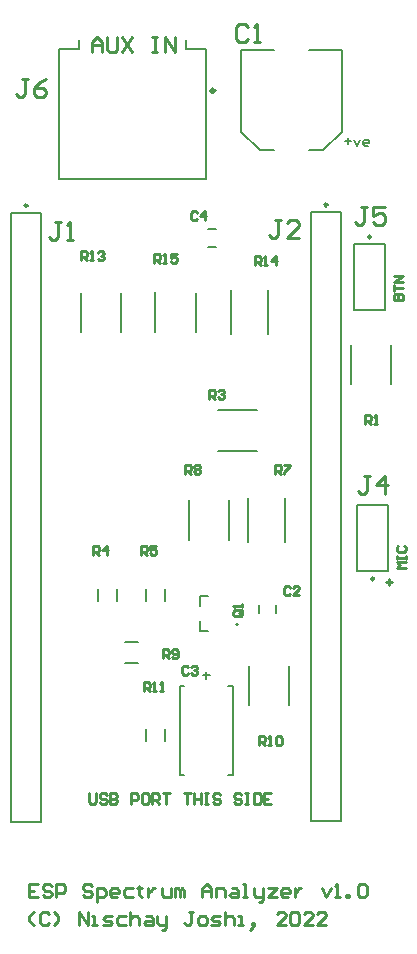
<source format=gto>
G04*
G04 #@! TF.GenerationSoftware,Altium Limited,Altium Designer,22.0.2 (36)*
G04*
G04 Layer_Color=65535*
%FSLAX25Y25*%
%MOIN*%
G70*
G04*
G04 #@! TF.SameCoordinates,7C6212BA-1BE9-4310-A8C3-E6ACAF7CF704*
G04*
G04*
G04 #@! TF.FilePolarity,Positive*
G04*
G01*
G75*
%ADD10C,0.01339*%
%ADD11C,0.00787*%
%ADD12C,0.00984*%
%ADD13C,0.00500*%
%ADD14C,0.01000*%
%ADD15C,0.00800*%
D10*
X444441Y412685D02*
G03*
X444441Y412685I-669J0D01*
G01*
D11*
X452236Y234760D02*
G03*
X452236Y234760I-394J0D01*
G01*
X489709Y315018D02*
Y327982D01*
X503291Y315018D02*
Y328082D01*
X442122Y366453D02*
X444878D01*
X442122Y360547D02*
X444878D01*
X449799Y331625D02*
Y346375D01*
X462201Y331625D02*
Y346375D01*
X438189Y332418D02*
Y345400D01*
X424606Y332418D02*
Y345482D01*
X459047Y238622D02*
Y241378D01*
X464953Y238622D02*
Y241378D01*
X455299Y262125D02*
Y276875D01*
X467701Y262125D02*
Y276875D01*
X440319Y217905D02*
X442681D01*
X441500Y216724D02*
Y219087D01*
X432642Y184736D02*
X434118D01*
X448882D02*
X450358D01*
Y214264D01*
X432642D02*
X434118D01*
X448882D02*
X450358D01*
X432642Y184736D02*
Y214264D01*
X421350Y196031D02*
Y199969D01*
X427650Y196031D02*
Y199969D01*
X469291Y207918D02*
Y221082D01*
X455709Y207918D02*
Y221082D01*
X445418Y292709D02*
X458582D01*
X445418Y306291D02*
X458582D01*
X449291Y262918D02*
Y276182D01*
X435709Y262918D02*
Y276182D01*
X459567Y392768D02*
X464067D01*
X453268Y399067D02*
X459567Y392768D01*
X480433D02*
X486732Y399067D01*
X475815Y392768D02*
X480380D01*
X453268Y399067D02*
Y426232D01*
X453268D02*
X464185D01*
X475815D02*
X486732D01*
Y399067D02*
Y426232D01*
X386500Y169000D02*
Y372000D01*
X376500Y169000D02*
X386500D01*
X376500D02*
Y372000D01*
X386500D01*
X486500Y169295D02*
Y372295D01*
X476500Y169295D02*
X486500D01*
X476500D02*
Y372295D01*
X486500D01*
X421350Y242531D02*
Y246468D01*
X427650Y242531D02*
Y246468D01*
X405350Y242531D02*
Y246468D01*
X411650Y242531D02*
Y246468D01*
X491803Y252516D02*
X502197D01*
Y274484D01*
X491803D02*
X502197D01*
X491803Y252516D02*
Y274484D01*
X490803Y361484D02*
X501197D01*
X490803Y339516D02*
Y361484D01*
Y339516D02*
X501197D01*
Y361484D01*
X399709Y332400D02*
Y345418D01*
X413291Y332418D02*
Y345418D01*
D12*
X381992Y374362D02*
G03*
X381992Y374362I-492J0D01*
G01*
X481992Y374658D02*
G03*
X481992Y374658I-492J0D01*
G01*
X497492Y250016D02*
G03*
X497492Y250016I-492J0D01*
G01*
X496492Y363984D02*
G03*
X496492Y363984I-492J0D01*
G01*
D13*
X399284Y426465D02*
Y429614D01*
X434717Y426465D02*
Y429614D01*
X392590Y426465D02*
X399284D01*
X434717D02*
X441409D01*
Y383157D02*
Y426465D01*
X392590Y383157D02*
Y426465D01*
Y383157D02*
X441409D01*
X414295Y222035D02*
X418705D01*
X414295Y228965D02*
X418705D01*
X439441Y244248D02*
X442138D01*
X439441Y232752D02*
Y236079D01*
Y240921D02*
Y244248D01*
Y232752D02*
X442138D01*
D14*
X420751Y212501D02*
Y215499D01*
X422251D01*
X422750Y215000D01*
Y214000D01*
X422251Y213500D01*
X420751D01*
X421751D02*
X422750Y212501D01*
X423750D02*
X424750D01*
X424250D01*
Y215499D01*
X423750Y215000D01*
X426249Y212501D02*
X427249D01*
X426749D01*
Y215499D01*
X426249Y215000D01*
X385499Y148296D02*
X382500D01*
Y143797D01*
X385499D01*
X382500Y146047D02*
X383999D01*
X389998Y147546D02*
X389248Y148296D01*
X387748D01*
X386999Y147546D01*
Y146796D01*
X387748Y146047D01*
X389248D01*
X389998Y145297D01*
Y144547D01*
X389248Y143797D01*
X387748D01*
X386999Y144547D01*
X391497Y143797D02*
Y148296D01*
X393746D01*
X394496Y147546D01*
Y146047D01*
X393746Y145297D01*
X391497D01*
X403493Y147546D02*
X402743Y148296D01*
X401244D01*
X400494Y147546D01*
Y146796D01*
X401244Y146047D01*
X402743D01*
X403493Y145297D01*
Y144547D01*
X402743Y143797D01*
X401244D01*
X400494Y144547D01*
X404993Y142298D02*
Y146796D01*
X407242D01*
X407992Y146047D01*
Y144547D01*
X407242Y143797D01*
X404993D01*
X411741D02*
X410241D01*
X409491Y144547D01*
Y146047D01*
X410241Y146796D01*
X411741D01*
X412490Y146047D01*
Y145297D01*
X409491D01*
X416989Y146796D02*
X414740D01*
X413990Y146047D01*
Y144547D01*
X414740Y143797D01*
X416989D01*
X419238Y147546D02*
Y146796D01*
X418488D01*
X419988D01*
X419238D01*
Y144547D01*
X419988Y143797D01*
X422237Y146796D02*
Y143797D01*
Y145297D01*
X422987Y146047D01*
X423737Y146796D01*
X424486D01*
X426736D02*
Y144547D01*
X427486Y143797D01*
X429735D01*
Y146796D01*
X431234Y143797D02*
Y146796D01*
X431984D01*
X432734Y146047D01*
Y143797D01*
Y146047D01*
X433484Y146796D01*
X434233Y146047D01*
Y143797D01*
X440231D02*
Y146796D01*
X441731Y148296D01*
X443230Y146796D01*
Y143797D01*
Y146047D01*
X440231D01*
X444730Y143797D02*
Y146796D01*
X446979D01*
X447729Y146047D01*
Y143797D01*
X449978Y146796D02*
X451478D01*
X452227Y146047D01*
Y143797D01*
X449978D01*
X449228Y144547D01*
X449978Y145297D01*
X452227D01*
X453727Y143797D02*
X455227D01*
X454477D01*
Y148296D01*
X453727D01*
X457476Y146796D02*
Y144547D01*
X458226Y143797D01*
X460475D01*
Y143047D01*
X459725Y142298D01*
X458975D01*
X460475Y143797D02*
Y146796D01*
X461974D02*
X464973D01*
X461974Y143797D01*
X464973D01*
X468722D02*
X467223D01*
X466473Y144547D01*
Y146047D01*
X467223Y146796D01*
X468722D01*
X469472Y146047D01*
Y145297D01*
X466473D01*
X470971Y146796D02*
Y143797D01*
Y145297D01*
X471721Y146047D01*
X472471Y146796D01*
X473221D01*
X479969D02*
X481468Y143797D01*
X482968Y146796D01*
X484467Y143797D02*
X485967D01*
X485217D01*
Y148296D01*
X484467Y147546D01*
X488216Y143797D02*
Y144547D01*
X488966D01*
Y143797D01*
X488216D01*
X491965Y147546D02*
X492715Y148296D01*
X494214D01*
X494964Y147546D01*
Y144547D01*
X494214Y143797D01*
X492715D01*
X491965Y144547D01*
Y147546D01*
X383999Y134500D02*
X382500Y135999D01*
Y137499D01*
X383999Y138998D01*
X389248Y138248D02*
X388498Y138998D01*
X386999D01*
X386249Y138248D01*
Y135249D01*
X386999Y134500D01*
X388498D01*
X389248Y135249D01*
X390747Y134500D02*
X392247Y135999D01*
Y137499D01*
X390747Y138998D01*
X398995Y134500D02*
Y138998D01*
X401994Y134500D01*
Y138998D01*
X403493Y134500D02*
X404993D01*
X404243D01*
Y137499D01*
X403493D01*
X407242Y134500D02*
X409491D01*
X410241Y135249D01*
X409491Y135999D01*
X407992D01*
X407242Y136749D01*
X407992Y137499D01*
X410241D01*
X414740D02*
X412490D01*
X411741Y136749D01*
Y135249D01*
X412490Y134500D01*
X414740D01*
X416239Y138998D02*
Y134500D01*
Y136749D01*
X416989Y137499D01*
X418488D01*
X419238Y136749D01*
Y134500D01*
X421487Y137499D02*
X422987D01*
X423737Y136749D01*
Y134500D01*
X421487D01*
X420738Y135249D01*
X421487Y135999D01*
X423737D01*
X425236Y137499D02*
Y135249D01*
X425986Y134500D01*
X428235D01*
Y133750D01*
X427486Y133000D01*
X426736D01*
X428235Y134500D02*
Y137499D01*
X437232Y138998D02*
X435733D01*
X436483D01*
Y135249D01*
X435733Y134500D01*
X434983D01*
X434233Y135249D01*
X439482Y134500D02*
X440981D01*
X441731Y135249D01*
Y136749D01*
X440981Y137499D01*
X439482D01*
X438732Y136749D01*
Y135249D01*
X439482Y134500D01*
X443230D02*
X445480D01*
X446229Y135249D01*
X445480Y135999D01*
X443980D01*
X443230Y136749D01*
X443980Y137499D01*
X446229D01*
X447729Y138998D02*
Y134500D01*
Y136749D01*
X448479Y137499D01*
X449978D01*
X450728Y136749D01*
Y134500D01*
X452227D02*
X453727D01*
X452977D01*
Y137499D01*
X452227D01*
X456726Y133750D02*
X457476Y134500D01*
Y135249D01*
X456726D01*
Y134500D01*
X457476D01*
X456726Y133750D01*
X455976Y133000D01*
X467972Y134500D02*
X464973D01*
X467972Y137499D01*
Y138248D01*
X467223Y138998D01*
X465723D01*
X464973Y138248D01*
X469472D02*
X470222Y138998D01*
X471721D01*
X472471Y138248D01*
Y135249D01*
X471721Y134500D01*
X470222D01*
X469472Y135249D01*
Y138248D01*
X476969Y134500D02*
X473971D01*
X476969Y137499D01*
Y138248D01*
X476220Y138998D01*
X474720D01*
X473971Y138248D01*
X481468Y134500D02*
X478469D01*
X481468Y137499D01*
Y138248D01*
X480718Y138998D01*
X479219D01*
X478469Y138248D01*
X382000Y416684D02*
X380001D01*
X381001D01*
Y411686D01*
X380001Y410686D01*
X379001D01*
X378002Y411686D01*
X387998Y416684D02*
X385999Y415684D01*
X384000Y413685D01*
Y411686D01*
X384999Y410686D01*
X386999D01*
X387998Y411686D01*
Y412685D01*
X386999Y413685D01*
X384000D01*
X403500Y425500D02*
Y428832D01*
X405166Y430498D01*
X406832Y428832D01*
Y425500D01*
Y427999D01*
X403500D01*
X408498Y430498D02*
Y426333D01*
X409331Y425500D01*
X410998D01*
X411831Y426333D01*
Y430498D01*
X413497D02*
X416829Y425500D01*
Y430498D02*
X413497Y425500D01*
X423493Y430498D02*
X425160D01*
X424327D01*
Y425500D01*
X423493D01*
X425160D01*
X427659D02*
Y430498D01*
X430991Y425500D01*
Y430498D01*
X501500Y249000D02*
X503499D01*
X502500Y249999D02*
Y248000D01*
X508000Y253500D02*
X505001D01*
X506001Y254500D01*
X505001Y255499D01*
X508000D01*
X505001Y256499D02*
Y257499D01*
Y256999D01*
X508000D01*
Y256499D01*
Y257499D01*
X505501Y260998D02*
X505001Y260498D01*
Y259498D01*
X505501Y258998D01*
X507500D01*
X508000Y259498D01*
Y260498D01*
X507500Y260998D01*
X504001Y343000D02*
X507000D01*
Y344499D01*
X506500Y344999D01*
X506000D01*
X505501Y344499D01*
Y343000D01*
Y344499D01*
X505001Y344999D01*
X504501D01*
X504001Y344499D01*
Y343000D01*
Y345999D02*
Y347998D01*
Y346999D01*
X507000D01*
Y348998D02*
X504001D01*
X507000Y350997D01*
X504001D01*
X494501Y301501D02*
Y304500D01*
X496000D01*
X496500Y304000D01*
Y303000D01*
X496000Y302500D01*
X494501D01*
X495500D02*
X496500Y301501D01*
X497500D02*
X498499D01*
X497999D01*
Y304500D01*
X497500Y304000D01*
X438500Y372000D02*
X438000Y372499D01*
X437001D01*
X436501Y372000D01*
Y370000D01*
X437001Y369500D01*
X438000D01*
X438500Y370000D01*
X440999Y369500D02*
Y372499D01*
X439500Y371000D01*
X441499D01*
X457751Y354501D02*
Y357500D01*
X459251D01*
X459751Y357000D01*
Y356000D01*
X459251Y355500D01*
X457751D01*
X458751D02*
X459751Y354501D01*
X460750D02*
X461750D01*
X461250D01*
Y357500D01*
X460750Y357000D01*
X464749Y354501D02*
Y357500D01*
X463249Y356000D01*
X465249D01*
X424149Y355331D02*
Y358330D01*
X425648D01*
X426148Y357830D01*
Y356831D01*
X425648Y356331D01*
X424149D01*
X425148D02*
X426148Y355331D01*
X427148D02*
X428148D01*
X427648D01*
Y358330D01*
X427148Y357830D01*
X431646Y358330D02*
X429647D01*
Y356831D01*
X430647Y357330D01*
X431147D01*
X431646Y356831D01*
Y355831D01*
X431147Y355331D01*
X430147D01*
X429647Y355831D01*
X427001Y223500D02*
Y226500D01*
X428500D01*
X429000Y226000D01*
Y225000D01*
X428500Y224500D01*
X427001D01*
X428000D02*
X429000Y223500D01*
X430000Y224000D02*
X430500Y223500D01*
X431499D01*
X431999Y224000D01*
Y226000D01*
X431499Y226500D01*
X430500D01*
X430000Y226000D01*
Y225500D01*
X430500Y225000D01*
X431999D01*
X469500Y247000D02*
X469000Y247499D01*
X468001D01*
X467501Y247000D01*
Y245000D01*
X468001Y244500D01*
X469000D01*
X469500Y245000D01*
X472499Y244500D02*
X470500D01*
X472499Y246500D01*
Y247000D01*
X471999Y247499D01*
X471000D01*
X470500Y247000D01*
X453000Y239500D02*
X451000D01*
X450500Y239000D01*
Y238000D01*
X451000Y237501D01*
X453000D01*
X453500Y238000D01*
Y239000D01*
X452500Y238500D02*
X453500Y239500D01*
Y239000D02*
X453000Y239500D01*
X453500Y240500D02*
Y241499D01*
Y241000D01*
X450500D01*
X451000Y240500D01*
X464501Y285000D02*
Y288000D01*
X466000D01*
X466500Y287500D01*
Y286500D01*
X466000Y286000D01*
X464501D01*
X465500D02*
X466500Y285000D01*
X467500Y288000D02*
X469499D01*
Y287500D01*
X467500Y285500D01*
Y285000D01*
X435500Y220500D02*
X435000Y221000D01*
X434001D01*
X433501Y220500D01*
Y218500D01*
X434001Y218001D01*
X435000D01*
X435500Y218500D01*
X436500Y220500D02*
X437000Y221000D01*
X437999D01*
X438499Y220500D01*
Y220000D01*
X437999Y219500D01*
X437500D01*
X437999D01*
X438499Y219000D01*
Y218500D01*
X437999Y218001D01*
X437000D01*
X436500Y218500D01*
X459251Y194501D02*
Y197500D01*
X460751D01*
X461251Y197000D01*
Y196000D01*
X460751Y195500D01*
X459251D01*
X460251D02*
X461251Y194501D01*
X462250D02*
X463250D01*
X462750D01*
Y197500D01*
X462250Y197000D01*
X464749D02*
X465249Y197500D01*
X466249D01*
X466749Y197000D01*
Y195000D01*
X466249Y194501D01*
X465249D01*
X464749Y195000D01*
Y197000D01*
X442501Y310000D02*
Y313000D01*
X444000D01*
X444500Y312500D01*
Y311500D01*
X444000Y311000D01*
X442501D01*
X443501D02*
X444500Y310000D01*
X445500Y312500D02*
X446000Y313000D01*
X446999D01*
X447499Y312500D01*
Y312000D01*
X446999Y311500D01*
X446499D01*
X446999D01*
X447499Y311000D01*
Y310500D01*
X446999Y310000D01*
X446000D01*
X445500Y310500D01*
X434501Y285000D02*
Y288000D01*
X436000D01*
X436500Y287500D01*
Y286500D01*
X436000Y286000D01*
X434501D01*
X435500D02*
X436500Y285000D01*
X437500Y287500D02*
X438000Y288000D01*
X438999D01*
X439499Y287500D01*
Y287000D01*
X438999Y286500D01*
X439499Y286000D01*
Y285500D01*
X438999Y285000D01*
X438000D01*
X437500Y285500D01*
Y286000D01*
X438000Y286500D01*
X437500Y287000D01*
Y287500D01*
X438000Y286500D02*
X438999D01*
X455500Y433999D02*
X454500Y434999D01*
X452501D01*
X451501Y433999D01*
Y430001D01*
X452501Y429001D01*
X454500D01*
X455500Y430001D01*
X457499Y429001D02*
X459499D01*
X458499D01*
Y434999D01*
X457499Y433999D01*
X393000Y368999D02*
X391001D01*
X392000D01*
Y364001D01*
X391001Y363001D01*
X390001D01*
X389001Y364001D01*
X394999Y363001D02*
X396999D01*
X395999D01*
Y368999D01*
X394999Y367999D01*
X466500Y369499D02*
X464501D01*
X465501D01*
Y364501D01*
X464501Y363501D01*
X463501D01*
X462502Y364501D01*
X472498Y363501D02*
X468500D01*
X472498Y367500D01*
Y368499D01*
X471499Y369499D01*
X469499D01*
X468500Y368499D01*
X419900Y258000D02*
Y260999D01*
X421399D01*
X421899Y260499D01*
Y259500D01*
X421399Y259000D01*
X419900D01*
X420900D02*
X421899Y258000D01*
X424898Y260999D02*
X422899D01*
Y259500D01*
X423899Y259999D01*
X424399D01*
X424898Y259500D01*
Y258500D01*
X424399Y258000D01*
X423399D01*
X422899Y258500D01*
X403900Y258000D02*
Y260999D01*
X405400D01*
X405899Y260499D01*
Y259500D01*
X405400Y259000D01*
X403900D01*
X404900D02*
X405899Y258000D01*
X408398D02*
Y260999D01*
X406899Y259500D01*
X408898D01*
X495999Y284298D02*
X493999D01*
X494999D01*
Y279300D01*
X493999Y278300D01*
X493000D01*
X492000Y279300D01*
X500997Y278300D02*
Y284298D01*
X497998Y281299D01*
X501997D01*
X494999Y373998D02*
X492999D01*
X493999D01*
Y369000D01*
X492999Y368000D01*
X492000D01*
X491000Y369000D01*
X500997Y373998D02*
X496998D01*
Y370999D01*
X498997Y371999D01*
X499997D01*
X500997Y370999D01*
Y369000D01*
X499997Y368000D01*
X497998D01*
X496998Y369000D01*
X399900Y356200D02*
Y359199D01*
X401400D01*
X401899Y358699D01*
Y357699D01*
X401400Y357200D01*
X399900D01*
X400900D02*
X401899Y356200D01*
X402899D02*
X403899D01*
X403399D01*
Y359199D01*
X402899Y358699D01*
X405398D02*
X405898Y359199D01*
X406898D01*
X407398Y358699D01*
Y358199D01*
X406898Y357699D01*
X406398D01*
X406898D01*
X407398Y357200D01*
Y356700D01*
X406898Y356200D01*
X405898D01*
X405398Y356700D01*
X402500Y178499D02*
Y175583D01*
X403083Y175000D01*
X404249D01*
X404833Y175583D01*
Y178499D01*
X408331Y177916D02*
X407748Y178499D01*
X406582D01*
X405999Y177916D01*
Y177333D01*
X406582Y176749D01*
X407748D01*
X408331Y176166D01*
Y175583D01*
X407748Y175000D01*
X406582D01*
X405999Y175583D01*
X409498Y178499D02*
Y175000D01*
X411247D01*
X411830Y175583D01*
Y176166D01*
X411247Y176749D01*
X409498D01*
X411247D01*
X411830Y177333D01*
Y177916D01*
X411247Y178499D01*
X409498D01*
X416496Y175000D02*
Y178499D01*
X418245D01*
X418828Y177916D01*
Y176749D01*
X418245Y176166D01*
X416496D01*
X421744Y178499D02*
X420577D01*
X419994Y177916D01*
Y175583D01*
X420577Y175000D01*
X421744D01*
X422327Y175583D01*
Y177916D01*
X421744Y178499D01*
X423493Y175000D02*
Y178499D01*
X425243D01*
X425826Y177916D01*
Y176749D01*
X425243Y176166D01*
X423493D01*
X424659D02*
X425826Y175000D01*
X426992Y178499D02*
X429325D01*
X428158D01*
Y175000D01*
X433990Y178499D02*
X436322D01*
X435156D01*
Y175000D01*
X437489Y178499D02*
Y175000D01*
Y176749D01*
X439821D01*
Y178499D01*
Y175000D01*
X440988Y178499D02*
X442154D01*
X441571D01*
Y175000D01*
X440988D01*
X442154D01*
X446236Y177916D02*
X445653Y178499D01*
X444486D01*
X443903Y177916D01*
Y177333D01*
X444486Y176749D01*
X445653D01*
X446236Y176166D01*
Y175583D01*
X445653Y175000D01*
X444486D01*
X443903Y175583D01*
X453234Y177916D02*
X452650Y178499D01*
X451484D01*
X450901Y177916D01*
Y177333D01*
X451484Y176749D01*
X452650D01*
X453234Y176166D01*
Y175583D01*
X452650Y175000D01*
X451484D01*
X450901Y175583D01*
X454400Y178499D02*
X455566D01*
X454983D01*
Y175000D01*
X454400D01*
X455566D01*
X457316Y178499D02*
Y175000D01*
X459065D01*
X459648Y175583D01*
Y177916D01*
X459065Y178499D01*
X457316D01*
X463147D02*
X460815D01*
Y175000D01*
X463147D01*
X460815Y176749D02*
X461981D01*
D15*
X487800Y395799D02*
X489799D01*
X488800Y396799D02*
Y394800D01*
X490799Y396299D02*
X491799Y394300D01*
X492798Y396299D01*
X495298Y394300D02*
X494298D01*
X493798Y394800D01*
Y395799D01*
X494298Y396299D01*
X495298D01*
X495797Y395799D01*
Y395300D01*
X493798D01*
M02*

</source>
